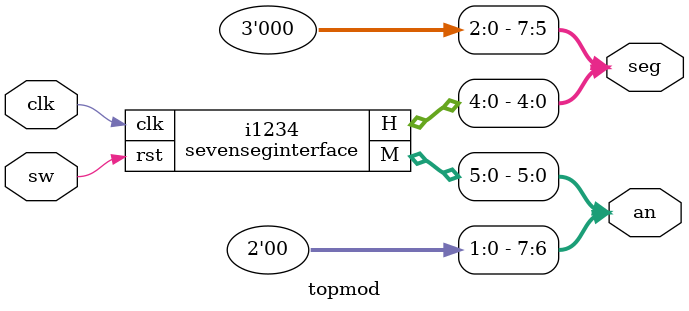
<source format=v>
`timescale 1ns / 1ps



module Clock(clk,rst,H,M,S);
input clk,rst;
output [5:0]M;
output [5:0]S;
output [4:0]H;
reg [4:0]H;
reg [5:0]M;
reg [5:0]S;
wire clkout;
clockdivider C1234(clk,clkout);
always@(posedge clkout or posedge rst)
begin
if(rst==1'b1)
begin
S=6'b000000;
M=6'b000000;
H=5'b00000;
end
else if(clkout==1'b1)begin
S=S+1'b1;
if(S==6'b111100)begin
M=M+1'b1;
S=6'b000000;
if(M==6'b111100)begin
H=H+1'b1;
M=6'b000000;
if(H==5'b11000)begin
H=5'b00000;
end
end
end
end
end
endmodule


module SevenSeg(clk,data,an,seg);
input clk;
input [63:0]data;
output reg[7:0]an,seg;
reg[19:0]counter=0;

always@(posedge clk)
counter=counter+1;

always@(counter)
begin
case(counter[19:17])
3'b000:begin
seg=data[7:0];
an=8'b11111110;
end
3'b001:begin
seg=data[15:8];
an=8'b11111101;
end
3'b010:begin
seg=data[23:16];
an=8'b11111011;
end
3'b011:begin
seg=data[31:24];
an=8'b11110111;
end
3'b100:begin
seg=data[39:32];
an=8'b11101111;
end
3'b101:begin
seg=data[47:40];
an=8'b11011111;
end
3'b110:begin
seg=data[55:48];
an=8'b10111111;
end
3'b111:begin
seg=data[63:56];
an=8'b01111111;
end
endcase
end
endmodule

module sevenseginterface(clk,rst,H,M,S);
input clk,rst;
output [4:0]H;
output [5:0]M,S;
reg [63:0]data;
wire [7:0]A[9:0];
reg [7:0]P,Q,R;
assign A[0]=8'hC0;
assign A[1]=8'hF9;
assign A[2]=8'hA4;
assign A[3]=8'hB0;
assign A[4]=8'h99;
assign A[5]=8'h92;
assign A[6]=8'h82;
assign A[7]=8'hF8;
assign A[8]=8'h80;
assign A[9]=8'h90;
Clock clo(clk,rst,H,M,S);
always@(*)
begin
P={3'b000,H};
Q={2'b00,M};
R={2'b00,S};
data={A[P/10],A[P%10],8'h7F,A[Q/10],A[Q%10],8'h7F,A[R/10],A[R%10]};
end
SevenSeg s123(clk,data,an,seg);
endmodule

module clockdivider(clk,clkout);
input clk;
output reg clkout;
integer counter;
initial
begin
clkout=0;
counter=0;
end
always@(posedge clk)
begin
if(counter>=50000000-1)
begin
clkout=~clkout;
counter=0;
end
else
counter=counter+1;
end
endmodule

module topmod(seg,an,clk,sw);
input sw;
input clk;
output [7:0]seg,an;
sevenseginterface i1234(clk,sw,seg,an);
endmodule



</source>
